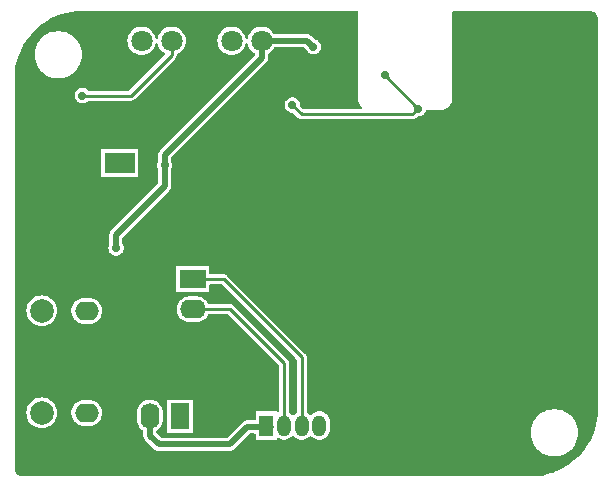
<source format=gbr>
G04 --- HEADER BEGIN --- *
%TF.GenerationSoftware,LibrePCB,LibrePCB,0.1.4*%
%TF.CreationDate,2020-08-29T22:21:27*%
%TF.ProjectId,Sensilo - default,d394d563-925a-41f4-bd4a-babca7d43e4c,v1*%
%TF.Part,Single*%
%FSLAX66Y66*%
%MOMM*%
G01*
G74*
G04 --- HEADER END --- *
G04 --- APERTURE LIST BEGIN --- *
%ADD10O,1.587X2.19*%
%ADD11R,1.587X2.19*%
%ADD12O,2.0X1.6*%
%ADD13C,2.0*%
%ADD14R,2.19X1.587*%
%ADD15O,2.19X1.587*%
%ADD16O,2.54X1.8*%
%ADD17R,2.54X1.8*%
%ADD18O,1.2X1.8*%
%ADD19R,1.2X1.8*%
%ADD20C,1.8*%
%ADD21C,0.7*%
%ADD22C,0.25*%
%ADD23C,0.5*%
%ADD24C,0.0*%
G04 --- APERTURE LIST END --- *
G04 --- BOARD BEGIN --- *
D10*
X11747500Y5397500D03*
D11*
X14287500Y5397500D03*
D12*
X6400000Y14320000D03*
X6400000Y5680000D03*
D13*
X2600000Y14320000D03*
X2600000Y5680000D03*
D14*
X15398750Y16986250D03*
D15*
X15398750Y11906250D03*
X15398750Y14446250D03*
D16*
X9200000Y29345000D03*
D17*
X9200000Y26805000D03*
D18*
X23106250Y4603750D03*
X24606250Y4603750D03*
D19*
X21606250Y4603750D03*
D18*
X26106250Y4603750D03*
X27606250Y4603750D03*
D20*
X13592500Y37185000D03*
X11052500Y37185000D03*
X16132500Y37185000D03*
X21212500Y37185000D03*
X18672500Y37185000D03*
D21*
X26000000Y7000000D03*
X41000000Y6000000D03*
X14000000Y25000000D03*
X20000000Y33000000D03*
X45000000Y31000000D03*
X40000000Y14000000D03*
X15000000Y25000000D03*
X46000000Y31000000D03*
X41000000Y4000000D03*
X40000000Y15000000D03*
X15000000Y32000000D03*
X34480000Y31432500D03*
X6032500Y32543750D03*
X31622500Y34290000D03*
X23812500Y31750000D03*
X19000000Y35000000D03*
X41000000Y39000000D03*
X27000000Y7000000D03*
X24000000Y14000000D03*
X2000000Y10000000D03*
X2000000Y12000000D03*
X41000000Y13000000D03*
X14000000Y24000000D03*
X42000000Y6000000D03*
X41000000Y14000000D03*
X41000000Y15000000D03*
X41000000Y31000000D03*
X23000000Y14000000D03*
X48000000Y31000000D03*
X42000000Y5000000D03*
X18000000Y35000000D03*
X10000000Y15000000D03*
X42000000Y39000000D03*
X16000000Y25000000D03*
X16000000Y24000000D03*
X26000000Y14000000D03*
X40000000Y39000000D03*
X20000000Y30000000D03*
X41000000Y5000000D03*
X3000000Y12000000D03*
X46000000Y39000000D03*
X10000000Y14000000D03*
X41000000Y3000000D03*
X39000000Y39000000D03*
X47000000Y39000000D03*
X42000000Y31000000D03*
X11000000Y14000000D03*
X47000000Y31000000D03*
X40000000Y31000000D03*
X21000000Y33000000D03*
X14000000Y33000000D03*
X11000000Y15000000D03*
X9000000Y14000000D03*
X16000000Y32000000D03*
X39000000Y15000000D03*
X22000000Y8000000D03*
X3000000Y11000000D03*
X14000000Y32000000D03*
X25590000Y36671250D03*
X13000000Y26625000D03*
X8890000Y19637500D03*
X27000000Y14000000D03*
X39000000Y31000000D03*
X26000000Y8000000D03*
X3000000Y10000000D03*
X2000000Y11000000D03*
X19000000Y30000000D03*
X48000000Y39000000D03*
X45000000Y39000000D03*
X9000000Y15000000D03*
X42000000Y3000000D03*
X18000000Y30000000D03*
X21000000Y7000000D03*
X15000000Y33000000D03*
X42000000Y4000000D03*
X15000000Y24000000D03*
X22000000Y7000000D03*
X25000000Y14000000D03*
X14000000Y34000000D03*
D22*
X24606250Y30956250D02*
X32385000Y30956250D01*
X32385000Y30956250D02*
X33972500Y30956250D01*
X31622500Y34290000D02*
X34480000Y31432500D01*
X23812500Y31750000D02*
X24606250Y30956250D01*
X13592500Y37185000D02*
X13592500Y35976250D01*
X10160000Y32543750D02*
X6032500Y32543750D01*
X13592500Y35976250D02*
X10160000Y32543750D01*
X33972500Y30956250D02*
X34480000Y31432500D01*
D23*
X11747500Y3752500D02*
X11747500Y5497500D01*
X20000000Y4500000D02*
X22000000Y4500000D01*
X11747500Y5497500D02*
X11747500Y5397500D01*
X12500000Y3000000D02*
X18500000Y3000000D01*
X11747500Y3752500D02*
X12500000Y3000000D01*
X21606250Y4603750D02*
X22000000Y4500000D01*
X18500000Y3000000D02*
X20000000Y4500000D01*
D22*
X23106250Y9893750D02*
X18500000Y14500000D01*
X18500000Y14500000D02*
X15500000Y14500000D01*
X15398750Y14446250D02*
X15500000Y14500000D01*
X23106250Y4603750D02*
X23106250Y9893750D01*
X25590000Y36671250D02*
X25431250Y36671250D01*
D23*
X25590000Y36671250D02*
X25045000Y37185000D01*
X13000000Y27500000D02*
X21212500Y35712500D01*
X8875000Y19625000D02*
X8890000Y19637500D01*
X21212500Y37185000D02*
X21212500Y35712500D01*
X13000000Y24875000D02*
X8875000Y20750000D01*
X8875000Y20750000D02*
X8875000Y19625000D01*
X13000000Y26625000D02*
X13000000Y24875000D01*
X21212500Y37185000D02*
X25045000Y37185000D01*
X13000000Y27500000D02*
X13000000Y26625000D01*
D22*
X13017500Y26670000D02*
X13000000Y26625000D01*
X18000000Y17000000D02*
X16000000Y17000000D01*
X24606250Y10393750D02*
X18000000Y17000000D01*
X16000000Y17000000D02*
X15398750Y16986250D01*
X24606250Y4603750D02*
X24606250Y10393750D01*
D24*
G36*
X43996063Y300077D02*
X44443269Y317647D01*
X44451097Y318263D01*
X44887735Y369943D01*
X44895490Y371171D01*
X45326731Y456949D01*
X45334366Y458783D01*
X45757558Y578136D01*
X45765026Y580562D01*
X45866929Y618155D01*
X45866929Y2004662D01*
X45860135Y2005127D01*
X45596474Y2041366D01*
X45589796Y2042753D01*
X45333531Y2114556D01*
X45327102Y2116841D01*
X45082999Y2222870D01*
X45076957Y2226000D01*
X44849548Y2364291D01*
X44843996Y2368210D01*
X44637543Y2536172D01*
X44632561Y2540825D01*
X44450910Y2735326D01*
X44446606Y2740617D01*
X44293133Y2958038D01*
X44289587Y2963869D01*
X44167154Y3200153D01*
X44164429Y3206426D01*
X44075309Y3457188D01*
X44073470Y3463751D01*
X44019323Y3724320D01*
X44018395Y3731072D01*
X44000233Y3996594D01*
X44000233Y4003406D01*
X44018395Y4268927D01*
X44019323Y4275679D01*
X44073470Y4536248D01*
X44075309Y4542811D01*
X44164429Y4793573D01*
X44167154Y4799846D01*
X44289587Y5036130D01*
X44293133Y5041961D01*
X44446606Y5259382D01*
X44450910Y5264673D01*
X44632561Y5459174D01*
X44637543Y5463827D01*
X44843996Y5631789D01*
X44849548Y5635708D01*
X45076957Y5773999D01*
X45082999Y5777129D01*
X45327102Y5883158D01*
X45333531Y5885443D01*
X45589796Y5957246D01*
X45596474Y5958633D01*
X45860135Y5994872D01*
X45866929Y5995337D01*
X46133070Y5995337D01*
X46139864Y5994872D01*
X46403525Y5958633D01*
X46410203Y5957246D01*
X46666468Y5885443D01*
X46672897Y5883158D01*
X46917000Y5777129D01*
X46923042Y5773999D01*
X47150451Y5635708D01*
X47156003Y5631789D01*
X47362456Y5463827D01*
X47367438Y5459174D01*
X47549089Y5264673D01*
X47553393Y5259382D01*
X47706866Y5041961D01*
X47710412Y5036130D01*
X47832845Y4799846D01*
X47835570Y4793573D01*
X47924690Y4542811D01*
X47926529Y4536248D01*
X47980675Y4275681D01*
X47981604Y4268926D01*
X47999767Y4003406D01*
X47999767Y3996594D01*
X47981604Y3731073D01*
X47980675Y3724318D01*
X47926529Y3463751D01*
X47924690Y3457188D01*
X47835570Y3206426D01*
X47832845Y3200153D01*
X47710412Y2963869D01*
X47706866Y2958038D01*
X47553393Y2740617D01*
X47549089Y2735326D01*
X47367438Y2540825D01*
X47362456Y2536172D01*
X47156003Y2368210D01*
X47150451Y2364291D01*
X46923042Y2226000D01*
X46917000Y2222870D01*
X46672897Y2116841D01*
X46666468Y2114556D01*
X46410203Y2042753D01*
X46403525Y2041366D01*
X46139864Y2005127D01*
X46133070Y2004662D01*
X45866929Y2004662D01*
X45866929Y618155D01*
X46177518Y732738D01*
X46184772Y735743D01*
X46584060Y919818D01*
X46591056Y923382D01*
X46974700Y1138233D01*
X46981395Y1142336D01*
X47346975Y1386609D01*
X47353327Y1391224D01*
X47698617Y1663429D01*
X47704588Y1668529D01*
X48027459Y1966988D01*
X48033011Y1972540D01*
X48331470Y2295411D01*
X48336570Y2301382D01*
X48608775Y2646672D01*
X48613390Y2653024D01*
X48857663Y3018604D01*
X48861766Y3025299D01*
X49076617Y3408943D01*
X49080181Y3415939D01*
X49264256Y3815227D01*
X49267261Y3822481D01*
X49419437Y4234973D01*
X49421863Y4242441D01*
X49541216Y4665633D01*
X49543050Y4673268D01*
X49628828Y5104509D01*
X49630056Y5112264D01*
X49681736Y5548902D01*
X49682352Y5556730D01*
X49699923Y6003939D01*
X49700000Y6007865D01*
X49700000Y38980357D01*
X49699518Y38990159D01*
X49686092Y39126472D01*
X49682268Y39145699D01*
X49648231Y39257902D01*
X49640729Y39276012D01*
X49585469Y39379398D01*
X49574578Y39395699D01*
X49500195Y39486334D01*
X49486334Y39500195D01*
X49395699Y39574578D01*
X49379398Y39585469D01*
X49276012Y39640729D01*
X49257902Y39648231D01*
X49145699Y39682268D01*
X49126472Y39686092D01*
X48990159Y39699518D01*
X48980357Y39700000D01*
X37468750Y39700000D01*
X37409423Y39680500D01*
X37368750Y39600000D01*
X37368750Y32302450D01*
X37368509Y32297557D01*
X37350017Y32109802D01*
X37348109Y32100207D01*
X37294056Y31922019D01*
X37290312Y31912981D01*
X37202536Y31748763D01*
X37197102Y31740631D01*
X37078973Y31596691D01*
X37072058Y31589776D01*
X36928118Y31471647D01*
X36919986Y31466213D01*
X36755768Y31378437D01*
X36746730Y31374693D01*
X36568538Y31320639D01*
X36558956Y31318733D01*
X36371190Y31300240D01*
X36366293Y31300000D01*
X35188882Y31300000D01*
X35129555Y31280500D01*
X35095381Y31235461D01*
X35057693Y31136087D01*
X35052111Y31125453D01*
X34969966Y31006446D01*
X34962007Y30997462D01*
X34853769Y30901571D01*
X34843886Y30894749D01*
X34715851Y30827551D01*
X34704615Y30823290D01*
X34564225Y30788688D01*
X34552296Y30787239D01*
X34453044Y30787239D01*
X34384614Y30760159D01*
X34265928Y30648781D01*
X34260405Y30644294D01*
X34235803Y30627069D01*
X34227671Y30620726D01*
X34207679Y30603402D01*
X34195766Y30595746D01*
X34190576Y30593376D01*
X34174759Y30584328D01*
X34170088Y30581057D01*
X34157460Y30574673D01*
X34132395Y30566221D01*
X34122809Y30562427D01*
X34098743Y30551437D01*
X34085158Y30547447D01*
X34079508Y30546635D01*
X34061790Y30542411D01*
X34056389Y30540590D01*
X34042460Y30538020D01*
X34016034Y30536972D01*
X34005767Y30536033D01*
X33976035Y30531758D01*
X33968928Y30531250D01*
X24609822Y30531250D01*
X24602717Y30531758D01*
X24564772Y30537214D01*
X24557674Y30537977D01*
X24523043Y30540454D01*
X24502220Y30544984D01*
X24502214Y30544956D01*
X24500448Y30545407D01*
X24500456Y30545433D01*
X24480005Y30551438D01*
X24448398Y30565872D01*
X24441802Y30568604D01*
X24409271Y30580737D01*
X24390565Y30590951D01*
X24390552Y30590927D01*
X24388983Y30591858D01*
X24388998Y30591881D01*
X24371069Y30603403D01*
X24344808Y30626158D01*
X24339250Y30630637D01*
X24308591Y30653588D01*
X24303201Y30658258D01*
X23886009Y31075450D01*
X23815298Y31104739D01*
X23740203Y31104739D01*
X23728274Y31106188D01*
X23587884Y31140790D01*
X23576648Y31145051D01*
X23448613Y31212249D01*
X23438730Y31219071D01*
X23330492Y31314962D01*
X23322533Y31323946D01*
X23240388Y31442953D01*
X23234810Y31453580D01*
X23183531Y31588790D01*
X23180658Y31600449D01*
X23163229Y31743996D01*
X23163229Y31756004D01*
X23180658Y31899550D01*
X23183531Y31911209D01*
X23234810Y32046419D01*
X23240388Y32057046D01*
X23322533Y32176053D01*
X23330492Y32185037D01*
X23438730Y32280928D01*
X23448613Y32287750D01*
X23576648Y32354948D01*
X23587884Y32359209D01*
X23728274Y32393811D01*
X23740203Y32395260D01*
X23884796Y32395260D01*
X23896725Y32393811D01*
X24037115Y32359209D01*
X24048351Y32354948D01*
X24176386Y32287750D01*
X24186269Y32280928D01*
X24294507Y32185037D01*
X24302466Y32176053D01*
X24384611Y32057046D01*
X24390189Y32046419D01*
X24441470Y31911203D01*
X24444340Y31899557D01*
X24461771Y31756004D01*
X24461771Y31743192D01*
X24491060Y31672481D01*
X24753002Y31410539D01*
X24823713Y31381250D01*
X29640049Y31381250D01*
X29699376Y31400750D01*
X29735566Y31451645D01*
X29734504Y31514086D01*
X29703488Y31558551D01*
X29665445Y31589772D01*
X29658526Y31596691D01*
X29540397Y31740631D01*
X29534963Y31748763D01*
X29447187Y31912981D01*
X29443443Y31922019D01*
X29389389Y32100211D01*
X29387483Y32109793D01*
X29368990Y32297560D01*
X29368750Y32302457D01*
X29368750Y39600000D01*
X29349250Y39659327D01*
X29268750Y39700000D01*
X6007865Y39700000D01*
X6003939Y39699923D01*
X5556730Y39682352D01*
X5548902Y39681736D01*
X5112264Y39630056D01*
X5104509Y39628828D01*
X4673268Y39543050D01*
X4665633Y39541216D01*
X4242441Y39421863D01*
X4234973Y39419437D01*
X3822481Y39267261D01*
X3815227Y39264256D01*
X3415939Y39080181D01*
X3408943Y39076617D01*
X3025299Y38861766D01*
X3018604Y38857663D01*
X2653024Y38613390D01*
X2646672Y38608775D01*
X2301382Y38336570D01*
X2295411Y38331470D01*
X1972540Y38033011D01*
X1966988Y38027459D01*
X1668529Y37704588D01*
X1663429Y37698617D01*
X1391224Y37353327D01*
X1386609Y37346975D01*
X1142336Y36981395D01*
X1138233Y36974700D01*
X923382Y36591056D01*
X919818Y36584060D01*
X735743Y36184772D01*
X732738Y36177518D01*
X580562Y35765026D01*
X578136Y35757558D01*
X458783Y35334366D01*
X456949Y35326731D01*
X371171Y34895490D01*
X369943Y34887735D01*
X318263Y34451097D01*
X317647Y34443269D01*
X300077Y33996063D01*
X300000Y33992137D01*
X300000Y1019659D01*
X300482Y1009858D01*
X313910Y873518D01*
X317734Y854290D01*
X351768Y742097D01*
X359270Y723987D01*
X414530Y620601D01*
X425421Y604300D01*
X499804Y513665D01*
X513665Y499804D01*
X604300Y425421D01*
X620601Y414530D01*
X723987Y359270D01*
X742097Y351768D01*
X854290Y317734D01*
X873518Y313910D01*
X1009858Y300482D01*
X1019659Y300000D01*
X2595656Y300000D01*
X2595656Y4380380D01*
X2378604Y4399369D01*
X2370042Y4400879D01*
X2159587Y4457270D01*
X2151418Y4460243D01*
X1953955Y4552322D01*
X1946424Y4556670D01*
X1767952Y4681638D01*
X1761291Y4687227D01*
X1607227Y4841291D01*
X1601638Y4847952D01*
X1476670Y5026424D01*
X1472322Y5033955D01*
X1380243Y5231418D01*
X1377270Y5239587D01*
X1320879Y5450042D01*
X1319369Y5458604D01*
X1300380Y5675656D01*
X1300380Y5684344D01*
X1319369Y5901395D01*
X1320879Y5909957D01*
X1377270Y6120412D01*
X1380243Y6128581D01*
X1472322Y6326045D01*
X1476670Y6333576D01*
X1601638Y6512047D01*
X1607227Y6518708D01*
X1761291Y6672772D01*
X1767952Y6678361D01*
X1946424Y6803329D01*
X1953955Y6807677D01*
X2151418Y6899756D01*
X2159587Y6902729D01*
X2370038Y6959120D01*
X2378613Y6960631D01*
X2595645Y6979619D01*
X2595656Y6979619D01*
X2595656Y13020380D01*
X2378604Y13039369D01*
X2370042Y13040879D01*
X2159587Y13097270D01*
X2151418Y13100243D01*
X1953955Y13192322D01*
X1946424Y13196670D01*
X1767952Y13321638D01*
X1761291Y13327227D01*
X1607227Y13481291D01*
X1601638Y13487952D01*
X1476670Y13666424D01*
X1472322Y13673955D01*
X1380243Y13871418D01*
X1377270Y13879587D01*
X1320879Y14090042D01*
X1319369Y14098604D01*
X1300380Y14315656D01*
X1300380Y14324344D01*
X1319369Y14541395D01*
X1320879Y14549957D01*
X1377270Y14760412D01*
X1380243Y14768581D01*
X1472322Y14966045D01*
X1476670Y14973576D01*
X1601638Y15152047D01*
X1607227Y15158708D01*
X1761291Y15312772D01*
X1767952Y15318361D01*
X1946424Y15443329D01*
X1953955Y15447677D01*
X2151418Y15539756D01*
X2159587Y15542729D01*
X2370038Y15599120D01*
X2378613Y15600631D01*
X2595645Y15619619D01*
X2604355Y15619619D01*
X2821386Y15600631D01*
X2829961Y15599120D01*
X3040412Y15542729D01*
X3048581Y15539756D01*
X3246045Y15447677D01*
X3253576Y15443329D01*
X3432047Y15318361D01*
X3438708Y15312772D01*
X3592772Y15158708D01*
X3598361Y15152047D01*
X3723329Y14973576D01*
X3727677Y14966045D01*
X3819756Y14768581D01*
X3822729Y14760412D01*
X3866929Y14595457D01*
X3866929Y34004662D01*
X3860135Y34005127D01*
X3596474Y34041366D01*
X3589796Y34042753D01*
X3333531Y34114556D01*
X3327102Y34116841D01*
X3082999Y34222870D01*
X3076957Y34226000D01*
X2849548Y34364291D01*
X2843996Y34368210D01*
X2637543Y34536172D01*
X2632561Y34540825D01*
X2450910Y34735326D01*
X2446606Y34740617D01*
X2293133Y34958038D01*
X2289587Y34963869D01*
X2167154Y35200153D01*
X2164429Y35206426D01*
X2075309Y35457188D01*
X2073470Y35463751D01*
X2019323Y35724320D01*
X2018395Y35731072D01*
X2000233Y35996594D01*
X2000233Y36003406D01*
X2018395Y36268927D01*
X2019323Y36275679D01*
X2073470Y36536248D01*
X2075309Y36542811D01*
X2164429Y36793573D01*
X2167154Y36799846D01*
X2289587Y37036130D01*
X2293133Y37041961D01*
X2446606Y37259382D01*
X2450910Y37264673D01*
X2632561Y37459174D01*
X2637543Y37463827D01*
X2843996Y37631789D01*
X2849548Y37635708D01*
X3076957Y37773999D01*
X3082999Y37777129D01*
X3327102Y37883158D01*
X3333531Y37885443D01*
X3589796Y37957246D01*
X3596474Y37958633D01*
X3860135Y37994872D01*
X3866929Y37995337D01*
X4133070Y37995337D01*
X4139864Y37994872D01*
X4403525Y37958633D01*
X4410203Y37957246D01*
X4666468Y37885443D01*
X4672897Y37883158D01*
X4917000Y37777129D01*
X4923042Y37773999D01*
X5150451Y37635708D01*
X5156003Y37631789D01*
X5362456Y37463827D01*
X5367438Y37459174D01*
X5549089Y37264673D01*
X5553393Y37259382D01*
X5706866Y37041961D01*
X5710412Y37036130D01*
X5832845Y36799846D01*
X5835570Y36793573D01*
X5924690Y36542811D01*
X5926529Y36536248D01*
X5980675Y36275681D01*
X5981604Y36268926D01*
X5999767Y36003406D01*
X5999767Y35996594D01*
X5981604Y35731073D01*
X5980675Y35724318D01*
X5926529Y35463751D01*
X5924690Y35457188D01*
X5835570Y35206426D01*
X5832845Y35200153D01*
X5710412Y34963869D01*
X5706866Y34958038D01*
X5553393Y34740617D01*
X5549089Y34735326D01*
X5367438Y34540825D01*
X5362456Y34536172D01*
X5156003Y34368210D01*
X5150451Y34364291D01*
X4923042Y34226000D01*
X4917000Y34222870D01*
X4672897Y34116841D01*
X4666468Y34114556D01*
X4410203Y34042753D01*
X4403525Y34041366D01*
X4139864Y34005127D01*
X4133070Y34004662D01*
X3866929Y34004662D01*
X3866929Y14595457D01*
X3879120Y14549961D01*
X3880631Y14541386D01*
X3899619Y14324355D01*
X3899619Y14315645D01*
X3880631Y14098613D01*
X3879120Y14090038D01*
X3822729Y13879587D01*
X3819756Y13871418D01*
X3727677Y13673955D01*
X3723329Y13666424D01*
X3598361Y13487952D01*
X3592772Y13481291D01*
X3438708Y13327227D01*
X3432047Y13321638D01*
X3253576Y13196670D01*
X3246045Y13192322D01*
X3048581Y13100243D01*
X3040412Y13097270D01*
X2829957Y13040879D01*
X2821395Y13039369D01*
X2604344Y13020380D01*
X2595656Y13020380D01*
X2595656Y6979619D01*
X2604355Y6979619D01*
X2821386Y6960631D01*
X2829961Y6959120D01*
X3040412Y6902729D01*
X3048581Y6899756D01*
X3246045Y6807677D01*
X3253576Y6803329D01*
X3432047Y6678361D01*
X3438708Y6672772D01*
X3592772Y6518708D01*
X3598361Y6512047D01*
X3723329Y6333576D01*
X3727677Y6326045D01*
X3819756Y6128581D01*
X3822729Y6120412D01*
X3879120Y5909961D01*
X3880631Y5901386D01*
X3899619Y5684355D01*
X3899619Y5675645D01*
X3880631Y5458613D01*
X3879120Y5450038D01*
X3822729Y5239587D01*
X3819756Y5231418D01*
X3727677Y5033955D01*
X3723329Y5026424D01*
X3598361Y4847952D01*
X3592772Y4841291D01*
X3438708Y4687227D01*
X3432047Y4681638D01*
X3253576Y4556670D01*
X3246045Y4552322D01*
X3048581Y4460243D01*
X3040412Y4457270D01*
X2829957Y4400879D01*
X2821395Y4399369D01*
X2604344Y4380380D01*
X2595656Y4380380D01*
X2595656Y300000D01*
X6202311Y300000D01*
X6202311Y4580000D01*
X6197694Y4580214D01*
X6002480Y4598302D01*
X5993431Y4599994D01*
X5807078Y4653016D01*
X5798496Y4656341D01*
X5625060Y4742701D01*
X5617237Y4747545D01*
X5462628Y4864301D01*
X5455818Y4870509D01*
X5325295Y5013686D01*
X5319747Y5021032D01*
X5217752Y5185759D01*
X5213650Y5193998D01*
X5143663Y5374653D01*
X5141140Y5383521D01*
X5105541Y5573960D01*
X5104692Y5583125D01*
X5104692Y5776874D01*
X5105541Y5786039D01*
X5141140Y5976478D01*
X5143663Y5985346D01*
X5213650Y6166001D01*
X5217752Y6174240D01*
X5319747Y6338967D01*
X5325295Y6346313D01*
X5455818Y6489490D01*
X5462628Y6495698D01*
X5617237Y6612454D01*
X5625060Y6617298D01*
X5798496Y6703658D01*
X5807078Y6706983D01*
X5993431Y6760005D01*
X6002480Y6761697D01*
X6197695Y6779786D01*
X6202311Y6780000D01*
X6202311Y6780000D01*
X6202311Y13220000D01*
X6197694Y13220214D01*
X6002480Y13238302D01*
X5993431Y13239994D01*
X5807078Y13293016D01*
X5798496Y13296341D01*
X5625060Y13382701D01*
X5617237Y13387545D01*
X5462628Y13504301D01*
X5455818Y13510509D01*
X5325295Y13653686D01*
X5319747Y13661032D01*
X5217752Y13825759D01*
X5213650Y13833998D01*
X5143663Y14014653D01*
X5141140Y14023521D01*
X5105541Y14213960D01*
X5104692Y14223125D01*
X5104692Y14416874D01*
X5105541Y14426039D01*
X5141140Y14616478D01*
X5143663Y14625346D01*
X5213650Y14806001D01*
X5217752Y14814240D01*
X5319747Y14978967D01*
X5325290Y14986308D01*
X5455818Y15129490D01*
X5462628Y15135698D01*
X5617237Y15252454D01*
X5625060Y15257298D01*
X5798496Y15343658D01*
X5807078Y15346983D01*
X5960203Y15390550D01*
X5960203Y31898489D01*
X5948274Y31899938D01*
X5807884Y31934540D01*
X5796648Y31938801D01*
X5668613Y32005999D01*
X5658730Y32012821D01*
X5550492Y32108712D01*
X5542533Y32117696D01*
X5460388Y32236703D01*
X5454810Y32247330D01*
X5403531Y32382540D01*
X5400658Y32394199D01*
X5383229Y32537746D01*
X5383229Y32549754D01*
X5400658Y32693300D01*
X5403531Y32704959D01*
X5454810Y32840169D01*
X5460388Y32850796D01*
X5542533Y32969803D01*
X5550492Y32978787D01*
X5658730Y33074678D01*
X5668613Y33081500D01*
X5796648Y33148698D01*
X5807884Y33152959D01*
X5948274Y33187561D01*
X5960203Y33189010D01*
X6104796Y33189010D01*
X6116725Y33187561D01*
X6257115Y33152959D01*
X6268351Y33148698D01*
X6396386Y33081500D01*
X6406269Y33074678D01*
X6497449Y32993899D01*
X6563762Y32968750D01*
X9942537Y32968750D01*
X10013248Y32998039D01*
X13007438Y35992229D01*
X13035600Y36047969D01*
X13025202Y36109547D01*
X12991594Y36144475D01*
X12992500Y36145769D01*
X12824730Y36263242D01*
X12818071Y36268829D01*
X12676329Y36410571D01*
X12670742Y36417230D01*
X12555774Y36581422D01*
X12551425Y36588954D01*
X12466712Y36770620D01*
X12463738Y36778792D01*
X12419093Y36945412D01*
X12384902Y36997672D01*
X12326375Y37019456D01*
X12266336Y37002270D01*
X12225907Y36945413D01*
X12181260Y36778789D01*
X12178287Y36770620D01*
X12093574Y36588954D01*
X12089225Y36581422D01*
X11974257Y36417230D01*
X11968670Y36410571D01*
X11826930Y36268831D01*
X11820270Y36263242D01*
X11656076Y36148273D01*
X11648545Y36143925D01*
X11466879Y36059212D01*
X11458710Y36056239D01*
X11265095Y36004360D01*
X11256522Y36002849D01*
X11056855Y35985381D01*
X11048145Y35985381D01*
X10848477Y36002849D01*
X10839904Y36004360D01*
X10646289Y36056239D01*
X10638120Y36059212D01*
X10456454Y36143925D01*
X10448922Y36148274D01*
X10284730Y36263242D01*
X10278071Y36268829D01*
X10136329Y36410571D01*
X10130742Y36417230D01*
X10015774Y36581422D01*
X10011425Y36588954D01*
X9926712Y36770620D01*
X9923739Y36778789D01*
X9871860Y36972404D01*
X9870349Y36980977D01*
X9852881Y37180645D01*
X9852881Y37189355D01*
X9870349Y37389022D01*
X9871860Y37397595D01*
X9923739Y37591210D01*
X9926712Y37599379D01*
X10011425Y37781045D01*
X10015773Y37788576D01*
X10130742Y37952770D01*
X10136331Y37959430D01*
X10278071Y38101170D01*
X10284730Y38106757D01*
X10448922Y38221725D01*
X10456454Y38226074D01*
X10638120Y38310787D01*
X10646289Y38313760D01*
X10839903Y38365639D01*
X10848478Y38367150D01*
X11048145Y38384619D01*
X11056855Y38384619D01*
X11256521Y38367150D01*
X11265096Y38365639D01*
X11458710Y38313760D01*
X11466879Y38310787D01*
X11648545Y38226074D01*
X11656076Y38221726D01*
X11820270Y38106757D01*
X11826930Y38101168D01*
X11968668Y37959430D01*
X11974257Y37952770D01*
X12089226Y37788576D01*
X12093574Y37781045D01*
X12178287Y37599379D01*
X12181260Y37591210D01*
X12225907Y37424586D01*
X12260098Y37372327D01*
X12318626Y37350543D01*
X12378664Y37367730D01*
X12419093Y37424587D01*
X12463738Y37591207D01*
X12466712Y37599379D01*
X12551425Y37781045D01*
X12555773Y37788576D01*
X12670742Y37952770D01*
X12676331Y37959430D01*
X12818071Y38101170D01*
X12824730Y38106757D01*
X12988922Y38221725D01*
X12996454Y38226074D01*
X13178120Y38310787D01*
X13186289Y38313760D01*
X13379903Y38365639D01*
X13388478Y38367150D01*
X13588145Y38384619D01*
X13596855Y38384619D01*
X13796521Y38367150D01*
X13805096Y38365639D01*
X13998710Y38313760D01*
X14006879Y38310787D01*
X14188545Y38226074D01*
X14196076Y38221726D01*
X14360270Y38106757D01*
X14366930Y38101168D01*
X14508668Y37959430D01*
X14514257Y37952770D01*
X14629226Y37788576D01*
X14633574Y37781045D01*
X14718287Y37599379D01*
X14721260Y37591210D01*
X14773139Y37397596D01*
X14774650Y37389021D01*
X14792119Y37189355D01*
X14792119Y37180645D01*
X14774650Y36980978D01*
X14773139Y36972403D01*
X14721260Y36778789D01*
X14718287Y36770620D01*
X14633574Y36588954D01*
X14629225Y36581422D01*
X14514257Y36417230D01*
X14508670Y36410571D01*
X14366930Y36268831D01*
X14360270Y36263242D01*
X14196076Y36148273D01*
X14188545Y36143925D01*
X14075238Y36091089D01*
X14029710Y36048343D01*
X14017500Y36000458D01*
X14017500Y35979820D01*
X14016992Y35972718D01*
X14011536Y35934774D01*
X14010773Y35927674D01*
X14008296Y35893039D01*
X14003767Y35872216D01*
X14003793Y35872210D01*
X14003343Y35870446D01*
X14003317Y35870454D01*
X13997313Y35850007D01*
X13982880Y35818404D01*
X13980148Y35811808D01*
X13968011Y35779267D01*
X13957797Y35760561D01*
X13957821Y35760548D01*
X13956893Y35758985D01*
X13956869Y35759000D01*
X13945349Y35741074D01*
X13922605Y35714826D01*
X13918126Y35709266D01*
X13895166Y35678595D01*
X13890496Y35673205D01*
X10463045Y32245754D01*
X10457655Y32241084D01*
X10426984Y32218124D01*
X10421424Y32213644D01*
X10395175Y32190899D01*
X10377250Y32179379D01*
X10377265Y32179356D01*
X10375696Y32178425D01*
X10375683Y32178449D01*
X10356981Y32168236D01*
X10324433Y32156096D01*
X10317842Y32153366D01*
X10286240Y32138935D01*
X10265797Y32132933D01*
X10265805Y32132907D01*
X10264035Y32132455D01*
X10264029Y32132482D01*
X10243206Y32127952D01*
X10208549Y32125473D01*
X10201452Y32124710D01*
X10163535Y32119258D01*
X10156428Y32118750D01*
X6563763Y32118750D01*
X6497450Y32093601D01*
X6406269Y32012821D01*
X6396386Y32005999D01*
X6268351Y31938801D01*
X6257115Y31934540D01*
X6116725Y31899938D01*
X6104796Y31898489D01*
X5960203Y31898489D01*
X5960203Y15390550D01*
X5993431Y15400005D01*
X6002480Y15401697D01*
X6197695Y15419786D01*
X6202311Y15420000D01*
X6597689Y15420000D01*
X6602305Y15419786D01*
X6797519Y15401697D01*
X6806568Y15400005D01*
X6992921Y15346983D01*
X7001503Y15343658D01*
X7174939Y15257298D01*
X7182762Y15252454D01*
X7337371Y15135698D01*
X7344181Y15129490D01*
X7474709Y14986308D01*
X7480252Y14978967D01*
X7582247Y14814240D01*
X7586349Y14806001D01*
X7646013Y14651992D01*
X7646013Y25605000D01*
X7641248Y25606566D01*
X7630000Y25628828D01*
X7630000Y27988987D01*
X7631566Y27993752D01*
X7653828Y28005000D01*
X10753987Y28005000D01*
X10758752Y28003434D01*
X10770000Y27981172D01*
X10770000Y25621013D01*
X10768434Y25616248D01*
X10746172Y25605000D01*
X7646013Y25605000D01*
X7646013Y14651992D01*
X7656336Y14625346D01*
X7658859Y14616478D01*
X7694458Y14426039D01*
X7695307Y14416874D01*
X7695307Y14223125D01*
X7694458Y14213960D01*
X7658859Y14023521D01*
X7656336Y14014653D01*
X7586349Y13833998D01*
X7582247Y13825759D01*
X7480252Y13661032D01*
X7474704Y13653686D01*
X7344181Y13510509D01*
X7337371Y13504301D01*
X7182762Y13387545D01*
X7174939Y13382701D01*
X7001503Y13296341D01*
X6992921Y13293016D01*
X6806568Y13239994D01*
X6797519Y13238302D01*
X6602306Y13220214D01*
X6597689Y13220000D01*
X6202311Y13220000D01*
X6202311Y6780000D01*
X6597689Y6780000D01*
X6602305Y6779786D01*
X6797519Y6761697D01*
X6806568Y6760005D01*
X6992921Y6706983D01*
X7001503Y6703658D01*
X7174939Y6617298D01*
X7182762Y6612454D01*
X7337371Y6495698D01*
X7344181Y6489490D01*
X7474704Y6346313D01*
X7480252Y6338967D01*
X7582247Y6174240D01*
X7586349Y6166001D01*
X7656336Y5985346D01*
X7658859Y5976478D01*
X7694458Y5786039D01*
X7695307Y5776874D01*
X7695307Y5583125D01*
X7694458Y5573960D01*
X7658859Y5383521D01*
X7656336Y5374653D01*
X7586349Y5193998D01*
X7582247Y5185759D01*
X7480252Y5021032D01*
X7474704Y5013686D01*
X7344181Y4870509D01*
X7337371Y4864301D01*
X7182762Y4747545D01*
X7174939Y4742701D01*
X7001503Y4656341D01*
X6992921Y4653016D01*
X6806568Y4599994D01*
X6797519Y4598302D01*
X6602306Y4580214D01*
X6597689Y4580000D01*
X6202311Y4580000D01*
X6202311Y300000D01*
X8817703Y300000D01*
X8817703Y18992239D01*
X8805774Y18993688D01*
X8665384Y19028290D01*
X8654148Y19032551D01*
X8526113Y19099749D01*
X8516230Y19106571D01*
X8407992Y19202462D01*
X8400033Y19211446D01*
X8317888Y19330453D01*
X8312310Y19341080D01*
X8261031Y19476290D01*
X8258158Y19487949D01*
X8240729Y19631496D01*
X8240729Y19643504D01*
X8258158Y19787050D01*
X8261031Y19798709D01*
X8312308Y19933914D01*
X8313544Y19936269D01*
X8314181Y19938852D01*
X8314453Y19939570D01*
X8314366Y19939603D01*
X8325000Y19982745D01*
X8325000Y20746730D01*
X8325426Y20753239D01*
X8342885Y20885858D01*
X8346246Y20898399D01*
X8375927Y20970054D01*
X8375927Y20970055D01*
X8396177Y21018944D01*
X8402678Y21030203D01*
X8484098Y21136311D01*
X8488404Y21141222D01*
X12420711Y25073529D01*
X12450000Y25144240D01*
X12450000Y26254757D01*
X12432297Y26311565D01*
X12427889Y26317951D01*
X12422310Y26328580D01*
X12371031Y26463790D01*
X12368158Y26475449D01*
X12350729Y26618996D01*
X12350729Y26631004D01*
X12368158Y26774550D01*
X12371031Y26786209D01*
X12422310Y26921419D01*
X12427889Y26932048D01*
X12432297Y26938434D01*
X12450000Y26995242D01*
X12450000Y27496730D01*
X12450426Y27503239D01*
X12467885Y27635858D01*
X12471246Y27648399D01*
X12500927Y27720054D01*
X12500927Y27720055D01*
X12521177Y27768944D01*
X12527678Y27780203D01*
X12609098Y27886311D01*
X12613404Y27891222D01*
X20633211Y35911029D01*
X20662500Y35981740D01*
X20662500Y36059606D01*
X20643000Y36118933D01*
X20612504Y36146206D01*
X20608922Y36148274D01*
X20444730Y36263242D01*
X20438071Y36268829D01*
X20296329Y36410571D01*
X20290742Y36417230D01*
X20175774Y36581422D01*
X20171425Y36588954D01*
X20086712Y36770620D01*
X20083738Y36778792D01*
X20039093Y36945412D01*
X20004902Y36997672D01*
X19946375Y37019456D01*
X19886336Y37002270D01*
X19845907Y36945413D01*
X19801260Y36778789D01*
X19798287Y36770620D01*
X19713574Y36588954D01*
X19709225Y36581422D01*
X19594257Y36417230D01*
X19588670Y36410571D01*
X19446930Y36268831D01*
X19440270Y36263242D01*
X19276076Y36148273D01*
X19268545Y36143925D01*
X19086879Y36059212D01*
X19078710Y36056239D01*
X18885095Y36004360D01*
X18876522Y36002849D01*
X18676855Y35985381D01*
X18668145Y35985381D01*
X18468477Y36002849D01*
X18459904Y36004360D01*
X18266289Y36056239D01*
X18258120Y36059212D01*
X18076454Y36143925D01*
X18068922Y36148274D01*
X17904730Y36263242D01*
X17898071Y36268829D01*
X17756329Y36410571D01*
X17750742Y36417230D01*
X17635774Y36581422D01*
X17631425Y36588954D01*
X17546712Y36770620D01*
X17543739Y36778789D01*
X17491860Y36972404D01*
X17490349Y36980977D01*
X17472881Y37180645D01*
X17472881Y37189355D01*
X17490349Y37389022D01*
X17491860Y37397595D01*
X17543739Y37591210D01*
X17546712Y37599379D01*
X17631425Y37781045D01*
X17635773Y37788576D01*
X17750742Y37952770D01*
X17756331Y37959430D01*
X17898071Y38101170D01*
X17904730Y38106757D01*
X18068922Y38221725D01*
X18076454Y38226074D01*
X18258120Y38310787D01*
X18266289Y38313760D01*
X18459903Y38365639D01*
X18468478Y38367150D01*
X18668145Y38384619D01*
X18676855Y38384619D01*
X18876521Y38367150D01*
X18885096Y38365639D01*
X19078710Y38313760D01*
X19086879Y38310787D01*
X19268545Y38226074D01*
X19276076Y38221726D01*
X19440270Y38106757D01*
X19446930Y38101168D01*
X19588668Y37959430D01*
X19594257Y37952770D01*
X19709226Y37788576D01*
X19713574Y37781045D01*
X19798287Y37599379D01*
X19801260Y37591210D01*
X19845907Y37424586D01*
X19880098Y37372327D01*
X19938626Y37350543D01*
X19998664Y37367730D01*
X20039093Y37424587D01*
X20083738Y37591207D01*
X20086712Y37599379D01*
X20171425Y37781045D01*
X20175773Y37788576D01*
X20290742Y37952770D01*
X20296331Y37959430D01*
X20438071Y38101170D01*
X20444730Y38106757D01*
X20608922Y38221725D01*
X20616454Y38226074D01*
X20798120Y38310787D01*
X20806289Y38313760D01*
X20999903Y38365639D01*
X21008478Y38367150D01*
X21208145Y38384619D01*
X21216855Y38384619D01*
X21416521Y38367150D01*
X21425096Y38365639D01*
X21618710Y38313760D01*
X21626879Y38310787D01*
X21808545Y38226074D01*
X21816076Y38221726D01*
X21980270Y38106757D01*
X21986930Y38101168D01*
X22128668Y37959430D01*
X22134257Y37952770D01*
X22249226Y37788576D01*
X22251290Y37785001D01*
X22297840Y37743371D01*
X22337893Y37735000D01*
X25041730Y37735000D01*
X25048239Y37734574D01*
X25106796Y37726865D01*
X25109726Y37726524D01*
X25165094Y37720890D01*
X25176375Y37718222D01*
X25177462Y37718022D01*
X25177878Y37717911D01*
X25180732Y37717191D01*
X25181160Y37717090D01*
X25182212Y37716750D01*
X25193407Y37713751D01*
X25244884Y37692428D01*
X25247626Y37691339D01*
X25299702Y37671547D01*
X25309907Y37666050D01*
X25310914Y37665572D01*
X25311296Y37665351D01*
X25313852Y37663925D01*
X25314235Y37663718D01*
X25315159Y37663121D01*
X25325199Y37657325D01*
X25369421Y37623393D01*
X25371785Y37621634D01*
X25419608Y37587129D01*
X25424645Y37582968D01*
X25701974Y37321541D01*
X25746638Y37297213D01*
X25814614Y37280459D01*
X25825851Y37276198D01*
X25953886Y37209000D01*
X25963769Y37202178D01*
X26072007Y37106287D01*
X26079966Y37097303D01*
X26162111Y36978296D01*
X26167689Y36967669D01*
X26218970Y36832453D01*
X26221840Y36820807D01*
X26239271Y36677254D01*
X26239271Y36665246D01*
X26221840Y36521692D01*
X26218970Y36510046D01*
X26167689Y36374830D01*
X26162111Y36364203D01*
X26079966Y36245196D01*
X26072007Y36236212D01*
X25963769Y36140321D01*
X25953886Y36133499D01*
X25825851Y36066301D01*
X25814615Y36062040D01*
X25674225Y36027438D01*
X25662296Y36025989D01*
X25517703Y36025989D01*
X25505774Y36027438D01*
X25365384Y36062040D01*
X25354148Y36066301D01*
X25226113Y36133499D01*
X25216230Y36140321D01*
X25107992Y36236212D01*
X25100033Y36245196D01*
X25017888Y36364203D01*
X25012308Y36374833D01*
X24970214Y36485827D01*
X24945306Y36523133D01*
X24855525Y36607766D01*
X24786931Y36635000D01*
X22337893Y36635000D01*
X22278566Y36615500D01*
X22251293Y36585004D01*
X22249225Y36581422D01*
X22134257Y36417230D01*
X22128670Y36410571D01*
X21986930Y36268831D01*
X21980270Y36263242D01*
X21816076Y36148273D01*
X21812501Y36146209D01*
X21770871Y36099659D01*
X21762500Y36059606D01*
X21762500Y35715781D01*
X21762071Y35709244D01*
X21744614Y35576646D01*
X21741251Y35564095D01*
X21720999Y35515204D01*
X21720998Y35515202D01*
X21691321Y35443554D01*
X21684821Y35432296D01*
X21603402Y35326189D01*
X21599096Y35321278D01*
X13579289Y27301471D01*
X13550000Y27230760D01*
X13550000Y26995241D01*
X13567702Y26938435D01*
X13572109Y26932051D01*
X13577689Y26921419D01*
X13628970Y26786203D01*
X13631840Y26774557D01*
X13649271Y26631004D01*
X13649271Y26618996D01*
X13631840Y26475442D01*
X13628970Y26463796D01*
X13577689Y26328580D01*
X13572109Y26317948D01*
X13567702Y26311564D01*
X13550000Y26254758D01*
X13550000Y24878281D01*
X13549571Y24871744D01*
X13532114Y24739146D01*
X13528751Y24726595D01*
X13508499Y24677704D01*
X13508498Y24677702D01*
X13478821Y24606054D01*
X13472321Y24594796D01*
X13390902Y24488689D01*
X13386596Y24483778D01*
X9454289Y20551471D01*
X9425000Y20480760D01*
X9425000Y20029472D01*
X9442702Y19972665D01*
X9462111Y19944546D01*
X9467689Y19933919D01*
X9518970Y19798703D01*
X9521840Y19787057D01*
X9539271Y19643504D01*
X9539271Y19631496D01*
X9521840Y19487942D01*
X9518970Y19476296D01*
X9467689Y19341080D01*
X9462111Y19330453D01*
X9379966Y19211446D01*
X9372007Y19202462D01*
X9263769Y19106571D01*
X9253886Y19099749D01*
X9125851Y19032551D01*
X9114615Y19028290D01*
X8974225Y18993688D01*
X8962296Y18992239D01*
X8817703Y18992239D01*
X8817703Y300000D01*
X12503270Y300000D01*
X12503270Y2450000D01*
X12496761Y2450426D01*
X12364141Y2467885D01*
X12351599Y2471246D01*
X12231052Y2521179D01*
X12219801Y2527675D01*
X12116512Y2606931D01*
X12112133Y2611359D01*
X12109449Y2612734D01*
X11359509Y3362674D01*
X11358859Y3364633D01*
X11354431Y3369012D01*
X11309135Y3428043D01*
X11281236Y3464402D01*
X11278205Y3473330D01*
X11266425Y3488993D01*
X11218746Y3604099D01*
X11215385Y3616641D01*
X11197926Y3749261D01*
X11197500Y3755770D01*
X11197500Y4100190D01*
X11178000Y4159517D01*
X11150144Y4185211D01*
X11092449Y4220935D01*
X11085102Y4226483D01*
X10942814Y4356194D01*
X10936604Y4363006D01*
X10820571Y4516659D01*
X10815727Y4524482D01*
X10729900Y4696846D01*
X10726578Y4705421D01*
X10673881Y4890630D01*
X10672192Y4899671D01*
X10654214Y5093694D01*
X10654000Y5098311D01*
X10654000Y5696689D01*
X10654214Y5701306D01*
X10672192Y5895328D01*
X10673881Y5904369D01*
X10726578Y6089578D01*
X10729900Y6098153D01*
X10815727Y6270517D01*
X10820571Y6278340D01*
X10936604Y6431993D01*
X10942814Y6438805D01*
X11085098Y6568512D01*
X11092451Y6574066D01*
X11256160Y6675431D01*
X11264394Y6679530D01*
X11443932Y6749084D01*
X11452800Y6751607D01*
X11642060Y6786986D01*
X11651225Y6787835D01*
X11843774Y6787835D01*
X11852939Y6786986D01*
X12042199Y6751607D01*
X12051067Y6749084D01*
X12230605Y6679530D01*
X12238839Y6675431D01*
X12402548Y6574066D01*
X12409901Y6568512D01*
X12552185Y6438805D01*
X12558395Y6431993D01*
X12674428Y6278340D01*
X12679272Y6270517D01*
X12765099Y6098153D01*
X12768421Y6089578D01*
X12821117Y5904371D01*
X12822808Y5895327D01*
X12840786Y5701305D01*
X12841000Y5696689D01*
X12841000Y5098311D01*
X12840786Y5093695D01*
X12822807Y4899672D01*
X12821117Y4890628D01*
X12768421Y4705421D01*
X12765099Y4696846D01*
X12679272Y4524482D01*
X12674428Y4516659D01*
X12558395Y4363006D01*
X12552185Y4356194D01*
X12409901Y4226487D01*
X12402543Y4220930D01*
X12344856Y4185211D01*
X12304681Y4137400D01*
X12297500Y4100190D01*
X12297500Y4021739D01*
X12326789Y3951028D01*
X12698528Y3579289D01*
X12769239Y3550000D01*
X13210013Y3550000D01*
X13210013Y4002500D01*
X13205248Y4004066D01*
X13194000Y4026328D01*
X13194000Y6776487D01*
X13195566Y6781252D01*
X13217828Y6792500D01*
X15364987Y6792500D01*
X15369752Y6790934D01*
X15381000Y6768672D01*
X15381000Y4018513D01*
X15379434Y4013748D01*
X15357172Y4002500D01*
X13210013Y4002500D01*
X13210013Y3550000D01*
X18230761Y3550000D01*
X18301472Y3579289D01*
X19608779Y4886596D01*
X19613690Y4890902D01*
X19719797Y4972321D01*
X19731054Y4978821D01*
X19760544Y4991036D01*
X19851595Y5028751D01*
X19864148Y5032115D01*
X19996744Y5049571D01*
X20003281Y5050000D01*
X20606250Y5050000D01*
X20665577Y5069500D01*
X20706250Y5150000D01*
X20706250Y5787737D01*
X20707816Y5792502D01*
X20730078Y5803750D01*
X22490237Y5803750D01*
X22499388Y5800742D01*
X22536155Y5763975D01*
X22597901Y5754626D01*
X22653153Y5783732D01*
X22681250Y5853230D01*
X22681250Y9676288D01*
X22651961Y9746999D01*
X18353249Y14045711D01*
X18282538Y14075000D01*
X16792615Y14075000D01*
X16733288Y14055500D01*
X16699368Y14011124D01*
X16680781Y13963145D01*
X16676681Y13954910D01*
X16575316Y13791201D01*
X16569762Y13783848D01*
X16440055Y13641564D01*
X16433243Y13635354D01*
X16279590Y13519321D01*
X16271767Y13514477D01*
X16099403Y13428650D01*
X16090828Y13425328D01*
X15905619Y13372631D01*
X15896578Y13370942D01*
X15702556Y13352964D01*
X15697939Y13352750D01*
X15099561Y13352750D01*
X15094944Y13352964D01*
X14900921Y13370942D01*
X14891880Y13372631D01*
X14706671Y13425328D01*
X14698096Y13428650D01*
X14525732Y13514477D01*
X14517909Y13519321D01*
X14364256Y13635354D01*
X14357444Y13641564D01*
X14227737Y13783848D01*
X14222183Y13791201D01*
X14120818Y13954910D01*
X14116719Y13963144D01*
X14047165Y14142682D01*
X14044642Y14151550D01*
X14009263Y14340810D01*
X14008414Y14349975D01*
X14008414Y14542524D01*
X14009263Y14551689D01*
X14044642Y14740949D01*
X14047165Y14749817D01*
X14116719Y14929355D01*
X14120818Y14937589D01*
X14222183Y15101298D01*
X14227737Y15108651D01*
X14357444Y15250935D01*
X14364256Y15257145D01*
X14517909Y15373178D01*
X14525732Y15378022D01*
X14698096Y15463849D01*
X14706671Y15467171D01*
X14891878Y15519867D01*
X14900922Y15521557D01*
X15094945Y15539536D01*
X15099561Y15539750D01*
X15697939Y15539750D01*
X15702555Y15539536D01*
X15896577Y15521558D01*
X15905621Y15519867D01*
X16090828Y15467171D01*
X16099403Y15463849D01*
X16271767Y15378022D01*
X16279590Y15373178D01*
X16433243Y15257145D01*
X16440055Y15250935D01*
X16569762Y15108651D01*
X16575321Y15101291D01*
X16655155Y14972356D01*
X16702966Y14932181D01*
X16740176Y14925000D01*
X18496430Y14925000D01*
X18503534Y14924492D01*
X18541492Y14919034D01*
X18548590Y14918271D01*
X18583208Y14915795D01*
X18604031Y14911265D01*
X18604037Y14911293D01*
X18605802Y14910842D01*
X18605794Y14910816D01*
X18626245Y14904811D01*
X18657852Y14890377D01*
X18664448Y14887645D01*
X18696974Y14875513D01*
X18715684Y14865297D01*
X18715698Y14865322D01*
X18717265Y14864392D01*
X18717250Y14864369D01*
X18735181Y14852846D01*
X18761432Y14830099D01*
X18766992Y14825618D01*
X18797664Y14802658D01*
X18803044Y14797996D01*
X23404246Y10196794D01*
X23408908Y10191414D01*
X23431868Y10160742D01*
X23436349Y10155182D01*
X23459096Y10128931D01*
X23470619Y10111000D01*
X23470642Y10111015D01*
X23471572Y10109448D01*
X23471547Y10109434D01*
X23481763Y10090724D01*
X23493895Y10058198D01*
X23496627Y10051602D01*
X23511061Y10019995D01*
X23517066Y9999544D01*
X23517092Y9999552D01*
X23517543Y9997787D01*
X23517515Y9997781D01*
X23522045Y9976958D01*
X23524521Y9942340D01*
X23525284Y9935242D01*
X23530742Y9897284D01*
X23531250Y9890180D01*
X23531250Y5752288D01*
X23572472Y5671386D01*
X23704224Y5575663D01*
X23711981Y5568679D01*
X23781936Y5490986D01*
X23836125Y5459945D01*
X23898163Y5467106D01*
X23930565Y5490986D01*
X24000524Y5568684D01*
X24008275Y5575663D01*
X24140028Y5671386D01*
X24181250Y5752288D01*
X24181250Y10176287D01*
X24151961Y10246998D01*
X17853248Y16545711D01*
X17782537Y16575000D01*
X16893750Y16575000D01*
X16834423Y16555500D01*
X16793750Y16475000D01*
X16793750Y15908763D01*
X16792184Y15903998D01*
X16769922Y15892750D01*
X14019763Y15892750D01*
X14014998Y15894316D01*
X14003750Y15916578D01*
X14003750Y18063737D01*
X14005316Y18068502D01*
X14027578Y18079750D01*
X16777737Y18079750D01*
X16782502Y18078184D01*
X16793750Y18055922D01*
X16793750Y17525000D01*
X16813250Y17465673D01*
X16893750Y17425000D01*
X17996430Y17425000D01*
X18003534Y17424492D01*
X18041451Y17419040D01*
X18048549Y17418277D01*
X18083203Y17415799D01*
X18104033Y17411267D01*
X18104039Y17411293D01*
X18105802Y17410843D01*
X18105794Y17410816D01*
X18126243Y17404812D01*
X18157821Y17390391D01*
X18164417Y17387659D01*
X18196982Y17375513D01*
X18215686Y17365300D01*
X18215698Y17365323D01*
X18217266Y17364393D01*
X18217251Y17364369D01*
X18235176Y17352849D01*
X18261414Y17330114D01*
X18266971Y17325635D01*
X18297668Y17302655D01*
X18303045Y17297996D01*
X24904242Y10696799D01*
X24908912Y10691409D01*
X24931875Y10660734D01*
X24936354Y10655176D01*
X24959100Y10628926D01*
X24970620Y10611000D01*
X24970643Y10611015D01*
X24971574Y10609446D01*
X24971549Y10609433D01*
X24981765Y10590724D01*
X24993902Y10558183D01*
X24996634Y10551587D01*
X25011063Y10519992D01*
X25017067Y10499546D01*
X25017093Y10499553D01*
X25017543Y10497789D01*
X25017517Y10497783D01*
X25022046Y10476961D01*
X25024523Y10442326D01*
X25025286Y10435228D01*
X25030742Y10397284D01*
X25031250Y10390180D01*
X25031250Y5752288D01*
X25072472Y5671386D01*
X25204224Y5575663D01*
X25211981Y5568679D01*
X25281936Y5490986D01*
X25336125Y5459945D01*
X25398163Y5467106D01*
X25430565Y5490986D01*
X25500524Y5568684D01*
X25508275Y5575663D01*
X25652010Y5680092D01*
X25661039Y5685304D01*
X25823343Y5757567D01*
X25833261Y5760790D01*
X26007052Y5797730D01*
X26017412Y5798819D01*
X26195087Y5798819D01*
X26205447Y5797730D01*
X26379243Y5760789D01*
X26389147Y5757571D01*
X26551469Y5685301D01*
X26560486Y5680094D01*
X26704224Y5575663D01*
X26711975Y5568684D01*
X26830861Y5436648D01*
X26836983Y5428221D01*
X26925819Y5274352D01*
X26930060Y5264827D01*
X26984964Y5095850D01*
X26987130Y5085660D01*
X27005976Y4906359D01*
X27006250Y4901128D01*
X27006250Y4306372D01*
X27005976Y4301141D01*
X26987130Y4121839D01*
X26984964Y4111649D01*
X26930060Y3942672D01*
X26925819Y3933147D01*
X26836983Y3779278D01*
X26830861Y3770851D01*
X26711975Y3638815D01*
X26704224Y3631836D01*
X26560486Y3527405D01*
X26551469Y3522198D01*
X26389147Y3449928D01*
X26379243Y3446710D01*
X26205447Y3409769D01*
X26195087Y3408680D01*
X26017412Y3408680D01*
X26007052Y3409769D01*
X25833261Y3446709D01*
X25823343Y3449932D01*
X25661039Y3522195D01*
X25652010Y3527407D01*
X25508275Y3631836D01*
X25500524Y3638815D01*
X25430565Y3716513D01*
X25376376Y3747554D01*
X25314338Y3740393D01*
X25281936Y3716513D01*
X25211981Y3638820D01*
X25204224Y3631836D01*
X25060486Y3527405D01*
X25051469Y3522198D01*
X24889147Y3449928D01*
X24879243Y3446710D01*
X24705447Y3409769D01*
X24695087Y3408680D01*
X24517412Y3408680D01*
X24507052Y3409769D01*
X24333261Y3446709D01*
X24323343Y3449932D01*
X24161039Y3522195D01*
X24152010Y3527407D01*
X24008275Y3631836D01*
X24000524Y3638815D01*
X23930565Y3716513D01*
X23876376Y3747554D01*
X23814338Y3740393D01*
X23781936Y3716513D01*
X23711981Y3638820D01*
X23704224Y3631836D01*
X23560486Y3527405D01*
X23551469Y3522198D01*
X23389147Y3449928D01*
X23379243Y3446710D01*
X23205447Y3409769D01*
X23195087Y3408680D01*
X23017412Y3408680D01*
X23007052Y3409769D01*
X22833261Y3446709D01*
X22823343Y3449932D01*
X22661037Y3522196D01*
X22656247Y3524961D01*
X22595118Y3537735D01*
X22538330Y3511752D01*
X22506250Y3438357D01*
X22506250Y3419763D01*
X22504684Y3414998D01*
X22482422Y3403750D01*
X20722263Y3403750D01*
X20717498Y3405316D01*
X20706250Y3427578D01*
X20706250Y3850000D01*
X20686750Y3909327D01*
X20606250Y3950000D01*
X20269239Y3950000D01*
X20198528Y3920711D01*
X18891221Y2613404D01*
X18886310Y2609098D01*
X18780199Y2527675D01*
X18768948Y2521179D01*
X18648400Y2471246D01*
X18635858Y2467885D01*
X18503239Y2450426D01*
X18496730Y2450000D01*
X12503270Y2450000D01*
X12503270Y300000D01*
X43992137Y300000D01*
X43996063Y300077D01*
G37*
G04 --- BOARD END --- *
%TF.MD5,5a977f14618646b0c3047b628c5c8376*%
M02*

</source>
